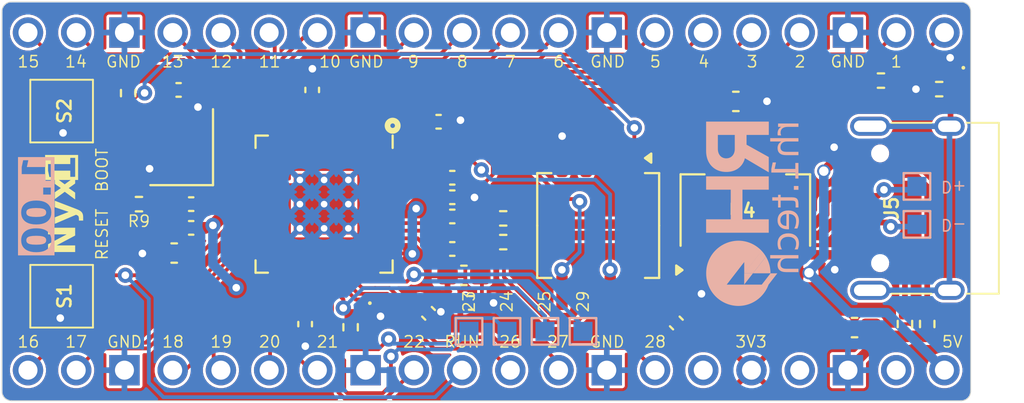
<source format=kicad_pcb>
(kicad_pcb (version 20241229) (generator "pcbnew") (generator_version "9.0")
  (title_block (title "${NAME}") (date "2025-08-02") (rev "${VERSION}") (company "Mikhail Matveev") (comment 1 "https://github.com/xtremespb/frank"))
  (layers (0 "F.Cu" signal) (2 "B.Cu" signal) (13 "F.Paste" user) (15 "B.Paste" user) (5 "F.SilkS" user "F.Silkscreen") (7 "B.SilkS" user "B.Silkscreen") (1 "F.Mask" user) (3 "B.Mask" user) (25 "Edge.Cuts" user))
  (property "NAME" "Nyx 1")
  (property "VERSION" "1.00")
  (net 0 "")
  (net 1 "VBUS")
  (net 2 "GND")
  (net 3 "+3V3")
  (net 4 "Net-(U3-VREG_VOUT)")
  (net 7 "Net-(J5-SHIELD)")
  (net 9 "Net-(J5-CC1)")
  (net 10 "Net-(C16-Pad1)")
  (net 11 "Net-(J5-CC2)")
  (net 13 "/RP2040/XIN")
  (net 14 "/GPIO25")
  (net 15 "Net-(U3-USB_DP)")
  (net 16 "/RP2040/QSPI_SS")
  (net 17 "Net-(R7-Pad2)")
  (net 18 "Net-(U3-USB_DM)")
  (net 19 "/RP2040/XOUT")
  (net 20 "/RP2040/QSPI_SD3")
  (net 21 "/RP2040/QSPI_SD2")
  (net 22 "/RP2040/QSPI_SD1")
  (net 23 "/GPIO16")
  (net 24 "/GPIO0")
  (net 25 "/GPIO1")
  (net 26 "/GPIO2")
  (net 27 "/GPIO3")
  (net 28 "/GPIO5")
  (net 29 "/GPIO4")
  (net 30 "/GPIO15")
  (net 31 "/GPIO14")
  (net 32 "/GPIO21")
  (net 33 "/D+")
  (net 34 "/D-")
  (net 35 "Net-(LD1-A)")
  (net 36 "Net-(LD2-A)")
  (net 37 "/GPIO6")
  (net 38 "/GPIO7")
  (net 39 "/GPIO8")
  (net 40 "/GPIO9")
  (net 41 "/GPIO10")
  (net 42 "/GPIO11")
  (net 43 "/GPIO12")
  (net 44 "/GPIO13")
  (net 45 "/GPIO28")
  (net 46 "/GPIO27")
  (net 47 "/GPIO26")
  (net 48 "/RUN")
  (net 49 "/GPIO22")
  (net 50 "/GPIO19")
  (net 51 "/GPIO24")
  (net 52 "/SWD")
  (net 53 "/SWCLK")
  (net 54 "/GPIO23")
  (net 55 "/GPIO20")
  (net 56 "/GPIO18")
  (net 57 "/GPIO29")
  (net 58 "/GPIO17")
  (net 59 "VS")
  (net 60 "/RP2040/QSPI_SD0")
  (net 61 "/RP2040/QSPI_SCLK")
  (footprint "FRANK:Button (SMD, 3x3mm, 1-1)" (layer "F.Cu") (at 92.095 32.45)
    (property "Reference" "S2")
    (property "Value" "Boot" (hide yes))
  )
  (footprint "FRANK:QFN 56" (layer "F.Cu") (at 107.5675 39 -90)
    (property "Reference" "U3" (hide yes))
    (property "Value" "RP2040")
  )
  (footprint "FRANK:LED (0402)" (layer "F.Cu") (at 109.977 45.4785 -90)
    (property "Reference" "LD1" (hide yes))
    (property "Value" "Blue" (hide yes))
  )
  (footprint "FRANK:Capacitor (0402)" (layer "F.Cu") (at 126.117 45.259 -45)
    (property "Reference" "C15" (hide yes))
    (property "Value" "100n" (hide yes))
  )
  (footprint "FRANK:Resistor (0402)" (layer "F.Cu") (at 117 41 180)
    (property "Reference" "R8" (hide yes))
    (property "Value" "27R" (hide yes))
  )
  (footprint "FRANK:Capacitor (0402)" (layer "F.Cu") (at 114.3175 39.649)
    (property "Reference" "C10" (hide yes))
    (property "Value" "100n" (hide yes))
  )
  (footprint "FRANK:Capacitor (0402)" (layer "F.Cu") (at 114.3175 41.36)
    (property "Reference" "C4" (hide yes))
    (property "Value" "100n" (hide yes))
  )
  (footprint "FRANK:Resistor (0402)" (layer "F.Cu") (at 97.8175 39 180)
    (property "Reference" "R9")
    (property "Value" "1K" (hide yes))
  )
  (footprint "FRANK:USB Type C" (layer "F.Cu") (at 143.1 39.218 90)
    (property "Reference" "J5")
    (property "Value" "USB4215-03-A")
  )
  (footprint "FRANK:Capacitor (0402)" (layer "F.Cu") (at 114.3175 38.638)
    (property "Reference" "C11" (hide yes))
    (property "Value" "100n" (hide yes))
  )
  (footprint "FRANK:Capacitor (0603)" (layer "F.Cu") (at 99.673351 41.575939 180)
    (property "Reference" "C13" (hide yes))
    (property "Value" "1u" (hide yes))
  )
  (footprint "FRANK:CON_PICO_1-20" (layer "F.Cu") (at 116.1036 29.9636 -90)
    (property "Reference" "J2" (hide yes))
    (property "Value" "~")
  )
  (footprint "FRANK:SOT-223" (layer "F.Cu") (at 129.75 39.341 90)
    (property "Reference" "U4")
    (property "Value" "NCP1117 3.3")
  )
  (footprint "FRANK:Resistor (0402)" (layer "F.Cu") (at 138.155 45.312 90)
    (property "Reference" "R11" (hide yes))
    (property "Value" "5.1K" (hide yes))
  )
  (footprint "FRANK:Capacitor (0402)" (layer "F.Cu") (at 100.5675 40.25 180)
    (property "Reference" "C7" (hide yes))
    (property "Value" "100n" (hide yes))
  )
  (footprint "FRANK:Resistor (0402)" (layer "F.Cu") (at 108.963 45.4835 90)
    (property "Reference" "R10" (hide yes))
    (property "Value" "1K" (hide yes))
  )
  (footprint "FRANK:Resistor (0402)" (layer "F.Cu") (at 97.25 33.1525 90)
    (property "Reference" "R7" (hide yes))
    (property "Value" "1K" (hide yes))
  )
  (footprint "FRANK:Resistor (0402)" (layer "F.Cu") (at 139.958 32.944 180)
    (property "Reference" "R14" (hide yes))
    (property "Value" "1M" (hide yes))
  )
  (footprint "FRANK:SOIC-8" (layer "F.Cu") (at 122 40.126 -90)
    (property "Reference" "U2" (hide yes))
    (property "Value" "W25Q128JVSIQ")
  )
  (footprint "FRANK:Capacitor (0402)" (layer "F.Cu") (at 114.3175 37.61)
    (property "Reference" "C3" (hide yes))
    (property "Value" "100n" (hide yes))
  )
  (footprint "FRANK:Capacitor (0603)" (layer "F.Cu") (at 129.25 33.591)
    (property "Reference" "C18" (hide yes))
    (property "Value" "10u" (hide yes))
  )
  (footprint "FRANK:Capacitor (0402)" (layer "F.Cu") (at 106.94 32.986348 90)
    (property "Reference" "C6" (hide yes))
    (property "Value" "100n" (hide yes))
  )
  (footprint "FRANK:Button (SMD, 3x3mm, 1-1)" (layer "F.Cu") (at 92.095 42.2)
    (property "Reference" "S1")
    (property "Value" "Reset" (hide yes))
  )
  (footprint "FRANK:Capacitor (0402)" (layer "F.Cu") (at 115.31 44.201)
    (property "Reference" "C9" (hide yes))
    (property "Value" "100n" (hide yes))
  )
  (footprint "FRANK:Capacitor (0402)" (layer "F.Cu") (at 99.905 32.985)
    (property "Reference" "C16" (hide yes))
    (property "Value" "15p" (hide yes))
  )
  (footprint "FRANK:Resistor (0402)" (layer "F.Cu") (at 117 39.75 180)
    (property "Reference" "R6" (hide yes))
    (property "Value" "27R" (hide yes))
  )
  (footprint "FRANK:Capacitor (0603)" (layer "F.Cu") (at 114.93 42.75)
    (property "Reference" "C14" (hide yes))
    (property "Value" "1u" (hide yes))
  )
  (footprint "FRANK:Resistor (0402)" (layer "F.Cu") (at 139.328 45.312 90)
    (property "Reference" "R13" (hide yes))
    (property "Value" "5.1K" (hide yes))
  )
  (footprint "FRANK:CON_PICO_21-40" (layer "F.Cu") (at 116.1036 47.7436 -90)
    (property "Reference" "J1" (hide yes))
    (property "Value" "~")
  )
  (footprint "FRANK:Capacitor (0402)" (layer "F.Cu") (at 100.5675 39 180)
    (property "Reference" "C19" (hide yes))
    (property "Value" "15p" (hide yes))
  )
  (footprint "FRANK:Capacitor (0603)" (layer "F.Cu") (at 135.5 45.5)
    (property "Reference" "C17" (hide yes))
    (property "Value" "10u" (hide yes))
  )
  (footprint "FRANK:Resistor (0402)" (layer "F.Cu") (at 136.892 32.494 180)
    (property "Reference" "R12" (hide yes))
    (property "Value" "1K" (hide yes))
  )
  (footprint "FRANK:Capacitor (0402)" (layer "F.Cu") (at 113.597 34.662)
    (property "Reference" "C5" (hide yes))
    (property "Value" "100n" (hide yes))
  )
  (footprint "FRANK:LED (0402)" (layer "F.Cu") (at 139.965 31.818 180)
    (property "Reference" "LD2" (hide yes))
    (property "Value" "Green" (hide yes))
  )
  (footprint "FRANK:Crystal (3225)" (layer "F.Cu") (at 100.0675 36 90)
    (property "Reference" "Y1" (hide yes))
    (property "Value" "12 MHz")
  )
  (footprint "FRANK:Capacitor (0402)" (layer "F.Cu") (at 106.5675 45.3175 -90)
    (property "Reference" "C8" (hide yes))
    (property "Value" "100n" (hide yes))
  )
  (footprint "FRANK:Capacitor (0402)" (layer "F.Cu") (at 113.0675 44.75 -45)
    (property "Reference" "C12" (hide yes))
    (property "Value" "100n" (hide yes))
  )
  (footprint "FRANK:Test Points (1mm x 5)" (layer "B.Cu") (at 115.2 45.7 -90)
    (property "Reference" "J3" (hide yes))
    (property "Value" "~" (hide yes))
  )
  (footprint "FRANK:Test Points (1mm x 2)" (layer "B.Cu") (at 138.786 38.065 180)
    (property "Reference" "J4" (hide yes))
    (property "Value" "~" (hide yes))
  )
  (gr_poly (pts (xy 127.688878 42.726599) (xy 127.694405 42.810804) (xy 127.704053 42.894326) (xy 127.717764 42.977025) (xy 127.735481 43.058759) (xy 127.757147 43.139387) (xy 127.782704 43.218767) (xy 127.812097 43.296759) (xy 127.845266 43.37322) (xy 127.882155 43.448011) (xy 127.922707 43.520988) (xy 127.966865 43.592012) (xy 128.014571 43.660941) (xy 128.065768 43.727634) (xy 128.120399 43.791949) (xy 128.178407 43.853745) (xy 128.239413 43.912582) (xy 128.302983 43.968078) (xy 128.368977 44.020172) (xy 128.437255 44.068806) (xy 128.507675 44.11392) (xy 128.580097 44.155455) (xy 128.654381 44.193352) (xy 128.730387 44.227553) (xy 128.807973 44.257997) (xy 128.886999 44.284626) (xy 128.967325 44.30738) (xy 129.048811 44.326201) (xy 129.131315 44.341029) (xy 129.214697 44.351806) (xy 129.298817 44.358471) (xy 129.383534 44.360967) (xy 129.481194 44.358061) (xy 129.577941 44.349561) (xy 129.673561 44.335571) (xy 129.767842 44.316197) (xy 129.860572 44.291543) (xy 129.951538 44.261714) (xy 130.040529 44.226816) (xy 130.12733 44.186953) (xy 130.211731 44.142231) (xy 130.293518 44.092753) (xy 130.372479 44.038626) (xy 130.448401 43.979954) (xy 130.521073 43.916842) (xy 130.590282 43.849396) (xy 130.655814 43.777719) (xy 130.717458 43.701917) (xy 130.757054 43.648579) (xy 130.794514 43.593811) (xy 130.829804 43.537678) (xy 130.862888 43.480245) (xy 130.893729 43.421577) (xy 130.922291 43.36174) (xy 130.948539 43.300798) (xy 130.972437 43.238818) (xy 131.033291 43.161534) (xy 131.43432 42.644273) (xy 131.077107 42.644273) (xy 131.075888 42.644273) (xy 130.811781 42.985664) (xy 130.67486 43.161534) (xy 130.614005 43.238818) (xy 128.7683 43.238818) (xy 129.228966 42.644273) (xy 129.623909 42.135534) (xy 129.691456 42.048512) (xy 129.691456 42.644275) (xy 130.48256 41.623752) (xy 130.520899 41.574459) (xy 130.483169 41.623752) (xy 130.422315 41.70347) (xy 129.692065 42.644275) (xy 130.150293 42.644275) (xy 130.834294 41.763106) (xy 130.825156 41.74735) (xy 130.815962 41.731994) (xy 130.806653 41.716981) (xy 130.797173 41.702252) (xy 130.775962 41.669989) (xy 130.754034 41.638227) (xy 130.731398 41.606978) (xy 130.708063 41.576254) (xy 130.684039 41.546065) (xy 130.659334 41.516425) (xy 130.633957 41.487344) (xy 130.607918 41.458835) (xy 130.607916 41.458835) (xy 130.580503 41.430276) (xy 130.552462 41.402387) (xy 130.523804 41.375178) (xy 130.494543 41.348659) (xy 130.464693 41.32284) (xy 130.434265 41.297728) (xy 130.403274 41.273335) (xy 130.371731 41.24967) (xy 130.339651 41.226742) (xy 130.307046 41.20456) (xy 130.273929 41.183135) (xy 130.240313 41.162475) (xy 130.206212 41.142591) (xy 130.171637 41.123491) (xy 130.136603 41.105185) (xy 130.101122 41.087682) (xy 130.058723 41.068187) (xy 130.015855 41.049908) (xy 129.972543 41.032852) (xy 129.928815 41.017026) (xy 129.884695 41.002434) (xy 129.840212 40.989084) (xy 129.79539 40.97698) (xy 129.750256 40.966129) (xy 129.704837 40.956538) (xy 129.659157 40.94821) (xy 129.613245 40.941154) (xy 129.567125 40.935375) (xy 129.520825 40.930878) (xy 129.474369 40.92767) (xy 129.427786 40.925756) (xy 129.381099 40.925143) (xy 129.29654 40.927752) (xy 129.212582 40.934515) (xy 129.129363 40.945374) (xy 129.047023 40.960268) (xy 128.965703 40.979139) (xy 128.885542 41.001929) (xy 128.80668 41.028579) (xy 128.729255 41.059028) (xy 128.653409 41.09322) (xy 128.579281 41.131094) (xy 128.507009 41.172592) (xy 128.436735 41.217654) (xy 128.368598 41.266223) (xy 128.302737 41.318238) (xy 128.239292 41.373642) (xy 128.178403 41.432375) (xy 128.120502 41.494055) (xy 128.065963 41.558245) (xy 128.014846 41.624805) (xy 127.967206 41.693595) (xy 127.923101 41.764474) (xy 127.882587 41.837301) (xy 127.845722 41.911936) (xy 127.812562 41.988239) (xy 127.783165 42.066069) (xy 127.757588 42.145285) (xy 127.735887 42.225748) (xy 127.71812 42.307316) (xy 127.704344 42.38985) (xy 127.694615 42.473209) (xy 127.688991 42.557252) (xy 127.687529 42.641838) (xy 127.687529 42.641853)) (stroke (width -0.000001)) (fill yes) (layer "B.SilkS"))
  (gr_poly (pts (xy 130.563497 42.641838) (xy 131.074065 42.641838) (xy 131.073195 42.583803) (xy 131.070383 42.525944) (xy 131.065643 42.468309) (xy 131.058987 42.410944) (xy 131.050427 42.353897) (xy 131.039977 42.297213) (xy 131.02765 42.24094) (xy 131.013457 42.185124) (xy 130.997412 42.129812) (xy 130.979527 42.075051) (xy 130.959816 42.020888) (xy 130.93829 41.967368) (xy 130.914963 41.91454) (xy 130.889847 41.862449) (xy 130.862955 41.811143) (xy 130.834299 41.760668) (xy 130.150297 42.641838)) (stroke (width -0.000001)) (fill yes) (layer "B.SilkS"))
  (gr_poly (pts (xy 127.685187 36.259847) (xy 127.689078 36.321939) (xy 127.6955 36.382412) (xy 127.704401 36.441239) (xy 127.715727 36.498391) (xy 127.729427 36.553839) (xy 127.745449 36.607556) (xy 127.76374 36.659513) (xy 127.784247 36.709682) (xy 127.80692 36.758034) (xy 127.831705 36.804541) (xy 127.85855 36.849176) (xy 127.887403 36.891909) (xy 127.918211 36.932712) (xy 127.950924 36.971557) (xy 127.985487 37.008416) (xy 128.021849 37.043261) (xy 128.059958 37.076062) (xy 128.099761 37.106792) (xy 128.141206 37.135423) (xy 128.184241 37.161926) (xy 128.228813 37.186273) (xy 128.274871 37.208435) (xy 128.322362 37.228385) (xy 128.371234 37.246093) (xy 128.421434 37.261533) (xy 128.472911 37.274674) (xy 128.525612 37.28549) (xy 128.579484 37.293952) (xy 128.634476 37.300031) (xy 128.690535 37.303699) (xy 128.747609 37.304928) (xy 128.801525 37.303869) (xy 128.853856 37.30074) (xy 128.904609 37.295608) (xy 128.953792 37.288541) (xy 129.001414 37.279608) (xy 129.047483 37.268877) (xy 129.092007 37.256417) (xy 129.134993 37.242295) (xy 129.176452 37.226581) (xy 129.216389 37.209342) (xy 129.254814 37.190646) (xy 129.291734 37.170562) (xy 129.327159 37.149159) (xy 129.361095 37.126504) (xy 129.424535 37.077713) (xy 129.482121 37.024737) (xy 129.533917 36.96812) (xy 129.579989 36.90841) (xy 129.6204 36.846154) (xy 129.655217 36.781897) (xy 129.684505 36.716186) (xy 129.708329 36.649568) (xy 129.726753 36.582589) (xy 130.983391 37.324401) (xy 130.984 36.519909) (xy 129.813774 35.869987) (xy 129.813774 35.355161) (xy 130.986433 35.355161) (xy 130.986433 34.652904) (xy 129.19306 34.652904) (xy 129.19306 35.355161) (xy 129.19306 36.09393) (xy 129.192563 36.120028) (xy 129.19108 36.145704) (xy 129.188622 36.170931) (xy 129.185203 36.195681) (xy 129.180834 36.21993) (xy 129.175527 36.24365) (xy 129.169294 36.266814) (xy 129.162148 36.289396) (xy 129.154101 36.311369) (xy 129.145165 36.332706) (xy 129.135352 36.353382) (xy 129.124675 36.373368) (xy 129.113144 36.39264) (xy 129.100773 36.411169) (xy 129.087574 36.42893) (xy 129.073558 36.445895) (xy 129.058739 36.462039) (xy 129.043127 36.477334) (xy 129.026736 36.491754) (xy 129.009577 36.505272) (xy 128.991663 36.517862) (xy 128.973005 36.529497) (xy 128.953616 36.54015) (xy 128.933508 36.549794) (xy 128.912693 36.558404) (xy 128.891184 36.565952) (xy 128.868992 36.572413) (xy 128.846129 36.577758) (xy 128.822608 36.581961) (xy 128.798441 36.584997) (xy 128.77364 36.586838) (xy 128.748217 36.587458) (xy 128.748218 36.589283) (xy 128.722526 36.588663) (xy 128.697486 36.586822) (xy 128.673109 36.583786) (xy 128.649407 36.579581) (xy 128.626388 36.574233) (xy 128.604065 36.56777) (xy 128.582449 36.560217) (xy 128.561548 36.551601) (xy 128.541375 36.541948) (xy 128.521941 36.531285) (xy 128.503255 36.519638) (xy 128.485328 36.507034) (xy 128.468172 36.493498) (xy 128.451797 36.479058) (xy 128.436213 36.463739) (xy 128.421431 36.447569) (xy 128.407463 36.430573) (xy 128.394318 36.412778) (xy 128.382007 36.394211) (xy 128.370542 36.374897) (xy 128.359932 36.354863) (xy 128.350189 36.334136) (xy 128.341323 36.312742) (xy 128.333345 36.290708) (xy 128.326265 36.268059) (xy 128.320095 36.244822) (xy 128.314844 36.221024) (xy 128.310524 36.196691) (xy 128.307146 36.17185) (xy 128.30472 36.146526) (xy 128.303256 36.120747) (xy 128.302766 36.094538) (xy 128.302766 35.355161) (xy 129.19306 35.355161) (xy 129.19306 34.652904) (xy 127.683878 34.652904) (xy 127.683878 36.196166)) (stroke (width -0.000001)) (fill yes) (layer "B.SilkS"))
  (gr_poly (pts (xy 130.150906 42.641838) (xy 129.689632 42.641838) (xy 129.689632 43.236384)) (stroke (width -0.000001)) (fill yes) (layer "B.SilkS"))
  (gr_poly (pts (xy 128.980071 38.239647) (xy 128.980071 39.798123) (xy 127.683878 39.798123) (xy 127.683878 40.505248) (xy 130.983391 40.505248) (xy 130.984 39.798123) (xy 129.598958 39.798123) (xy 129.598958 38.239649) (xy 130.984 38.239649) (xy 130.984 37.536782) (xy 127.683878 37.536782) (xy 127.683878 38.239647)) (stroke (width -0.000001)) (fill yes) (layer "B.SilkS"))
  (gr_arc (start 141.116 28.353553) (mid 141.469568 28.499985) (end 141.616 28.853553) (stroke (width 0.05)) (layer "Edge.Cuts"))
  (gr_line (start 141.616 28.853553) (end 141.616 48.853553) (stroke (width 0.05)) (layer "Edge.Cuts"))
  (gr_arc (start 90.603553 28.853553) (mid 90.75 28.5) (end 91.103553 28.353553) (stroke (width 0.05)) (layer "Edge.Cuts"))
  (gr_arc (start 141.616 48.853553) (mid 141.469553 49.207105) (end 141.116 49.353553) (stroke (width 0.05)) (layer "Edge.Cuts"))
  (gr_line (start 91.103553 49.353553) (end 141.116 49.353553) (stroke (width 0.05)) (layer "Edge.Cuts"))
  (gr_line (start 90.603553 48.853553) (end 90.603553 28.853553) (stroke (width 0.05)) (layer "Edge.Cuts"))
  (gr_arc (start 91.103553 49.353553) (mid 90.75 49.207106) (end 90.603553 48.853553) (stroke (width 0.05)) (layer "Edge.Cuts"))
  (gr_line (start 91.103553 28.353553) (end 141.116 28.353553) (stroke (width 0.05)) (layer "Edge.Cuts"))
  (gr_text "GND" (at 109.788713 31.5 0) (layer "F.SilkS") (effects (font (size 0.6 0.6) (thickness 0.075))))
  (gr_text "24" (at 117.188657 44.75 90) (layer "F.SilkS") (effects (font (size 0.6 0.6) (thickness 0.075)) (justify left)))
  (gr_text "7" (at 117.372974 31.5 0) (layer "F.SilkS") (effects (font (size 0.6 0.6) (thickness 0.075))))
  (gr_text "9" (at 112.264562 31.5 0) (layer "F.SilkS") (effects (font (size 0.6 0.6) (thickness 0.075))))
  (gr_text "23" (at 115.2 44.75 90) (layer "F.SilkS") (effects (font (size 0.6 0.6) (thickness 0.075)) (justify left)))
  (gr_text "3" (at 130.110161 31.5 0) (layer "F.SilkS") (effects (font (size 0.6 0.6) (thickness 0.075))))
  (gr_text "28" (at 125 46.25 0) (layer "F.SilkS") (effects (font (size 0.6 0.6) (thickness 0.075))))
  (gr_text "3V3" (at 130.054209 46.25 0) (layer "F.SilkS") (effects (font (size 0.6 0.6) (thickness 0.075))))
  (gr_text "25" (at 119.18041 44.75 90) (layer "F.SilkS") (effects (font (size 0.6 0.6) (thickness 0.075)) (justify left)))
  (gr_text "Nyx" (at 94.696 41.702 90) (layer "F.SilkS") (effects (font (size 1.4 1.4) (thickness 0.3) (bold yes)) (justify left bottom)))
  (gr_text "BOOT" (at 95.87334 36 90) (layer "F.SilkS") (effects (font (size 0.6 0.6) (thickness 0.075)) (justify right)))
  (gr_text "5V" (at 140.650711 46.25 0) (layer "F.SilkS") (effects (font (size 0.6 0.6) (thickness 0.075))))
  (gr_text "1" (at 94.696 37.792 90) (layer "F.SilkS" knockout) (effects (font (size 1.4 1.4) (thickness 0.3) (bold yes)) (justify left bottom)))
  (gr_text "26" (at 117.360533 46.25 0) (layer "F.SilkS") (effects (font (size 0.6 0.6) (thickness 0.075))))
  (gr_text "29" (at 121.2 44.75 90) (layer "F.SilkS") (effects (font (size 0.6 0.6) (thickness 0.075)) (justify left)))
  (gr_text "GND" (at 122.470346 46.25 0) (layer "F.SilkS") (effects (font (size 0.6 0.6) (thickness 0.075))))
  (gr_text "4" (at 127.559921 31.5 0) (layer "F.SilkS") (effects (font (size 0.6 0.6) (thickness 0.075))))
  (gr_text "17" (at 94.511919 46.25 0) (layer "F.SilkS") (effects (font (size 0.6 0.6) (thickness 0.075))))
  (gr_text "21" (at 107.75 46.25 0) (layer "F.SilkS") (effects (font (size 0.6 0.6) (thickness 0.075))))
  (gr_text "19" (at 102.156028 46.25 0) (layer "F.SilkS") (effects (font (size 0.6 0.6) (thickness 0.075))))
  (gr_text "GND" (at 122.5 31.5 0) (layer "F.SilkS") (effects (font (size 0.6 0.6) (thickness 0.075))))
  (gr_text "15" (at 91.999246 31.5 0) (layer "F.SilkS") (effects (font (size 0.6 0.6) (thickness 0.075))))
  (gr_text "12" (at 102.15 31.5 0) (layer "F.SilkS") (effects (font (size 0.6 0.6) (thickness 0.075))))
  (gr_text "27" (at 119.881405 46.25 0) (layer "F.SilkS") (effects (font (size 0.6 0.6) (thickness 0.075))))
  (gr_text "14" (at 94.5 31.5 0) (layer "F.SilkS") (effects (font (size 0.6 0.6) (thickness 0.075))))
  (gr_text "GND" (at 97 31.5 0) (layer "F.SilkS") (effects (font (size 0.6 0.6) (thickness 0.075))))
  (gr_text "10" (at 107.880028 31.5 0) (layer "F.SilkS") (effects (font (size 0.6 0.6) (thickness 0.075))))
  (gr_text "RUN" (at 114.830562 46.25 0) (layer "F.SilkS") (effects (font (size 0.6 0.6) (thickness 0.075))))
  (gr_text "22" (at 112.304923 46.25 0) (layer "F.SilkS") (effects (font (size 0.6 0.6) (thickness 0.075))))
  (gr_text "20" (at 104.704837 46.25 0) (layer "F.SilkS") (effects (font (size 0.6 0.6) (thickness 0.075))))
  (gr_text "2" (at 132.631421 31.5 0) (layer "F.SilkS") (effects (font (size 0.6 0.6) (thickness 0.075))))
  (gr_text "16" (at 92 46.25 0) (layer "F.SilkS") (effects (font (size 0.6 0.6) (thickness 0.075))))
  (gr_text "GND" (at 97.063088 46.249999 0) (layer "F.SilkS") (effects (font (size 0.6 0.6) (thickness 0.075))))
  (gr_text "8" (at 114.842801 31.5 0) (layer "F.SilkS") (effects (font (size 0.6 0.6) (thickness 0.075))))
  (gr_text "GND" (at 135.152682 31.5 0) (layer "F.SilkS") (effects (font (size 0.6 0.6) (thickness 0.075))))
  (gr_text "5" (at 125.00968 31.5 0) (layer "F.SilkS") (effects (font (size 0.6 0.6) (thickness 0.075))))
  (gr_text "18" (at 99.614257 46.25 0) (layer "F.SilkS") (effects (font (size 0.6 0.6) (thickness 0.075))))
  (gr_text "1" (at 137.702922 31.5 0) (layer "F.SilkS") (effects (font (size 0.6 0.6) (thickness 0.075))))
  (gr_text "6" (at 119.923622 31.5 0) (layer "F.SilkS") (effects (font (size 0.6 0.6) (thickness 0.075))))
  (gr_text "11" (at 104.7 31.5 0) (layer "F.SilkS") (effects (font (size 0.6 0.6) (thickness 0.075))))
  (gr_text "13" (at 99.6 31.5 0) (layer "F.SilkS") (effects (font (size 0.6 0.6) (thickness 0.075))))
  (gr_text "RESET" (at 95.87334 42 90) (layer "F.SilkS") (effects (font (size 0.6 0.6) (thickness 0.075)) (justify left)))
  (gr_text "${VERSION}" (at 93.429 39.042 90) (layer "B.SilkS" knockout) (effects (font (size 1.5 1.5) (thickness 0.3) (bold yes)) (justify bottom mirror)))
  (gr_text "D-" (at 140 40.089098 180) (layer "B.SilkS") (effects (font (size 0.6 0.6) (thickness 0.075)) (justify left mirror)))
  (gr_text "D+" (at 140 38.083141 180) (layer "B.SilkS") (effects (font (size 0.6 0.6) (thickness 0.075)) (justify left mirror)))
  (gr_text "rh1.tech" (at 132.784 34.576 90) (layer "B.SilkS") (effects (font (size 1.4 1.4)) (justify left bottom mirror)))
  (segment (start 135.405 41.668) (end 132.873 41.668) (width 0.5) (layer "F.Cu") (net 1))
  (segment (start 132.05 43.978) (end 133.572 45.5) (width 0.5) (layer "F.Cu") (net 1))
  (segment (start 132.05 42.491) (end 132.05 43.978) (width 0.5) (layer "F.Cu") (net 1))
  (segment (start 132.873 41.668) (end 132.05 42.491) (width 0.5) (layer "F.Cu") (net 1))
  (segment (start 135.405 36.768) (end 134.377 36.768) (width 0.5) (layer "F.Cu") (net 1))
  (segment (start 133.572 45.5) (end 134.6375 45.5) (width 0.5) (layer "F.Cu") (net 1))
  (segment (start 134.377 36.768) (end 133.8825 37.2625) (width 0.5) (layer "F.Cu") (net 1))
  (segment (start 133.107 42.614) (end 132.173 42.614) (width 0.5) (layer "F.Cu") (net 1))
  (via (at 133.107 42.614) (size 0.7) (drill 0.5) (layers "F.Cu" "B.Cu") (net 1))
  (via (at 133.8825 37.2625) (size 0.7) (drill 0.5) (layers "F.Cu" "B.Cu") (net 1))
  (segment (start 133.8825 37.2625) (end 133.8825 41.7645) (width 0.5) (layer "B.Cu") (net 1))
  (segment (start 135.208 44.715) (end 137.205 44.715) (width 0.5) (layer "B.Cu") (net 1))
  (segment (start 133.107 42.614) (end 135.208 44.715) (width 0.5) (layer "B.Cu") (net 1))
  (segment (start 137.205 44.715) (end 140.2336 47.7436) (width 0.5) (layer "B.Cu") (net 1))
  (segment (start 133.8825 41.7645) (end 133.051 42.596) (width 0.5) (layer "B.Cu") (net 1))
  (segment (start 99.2175 38.2175) (end 100 39) (width 0.2) (layer "F.Cu") (net 2))
  (segment (start 100.4725 33.436418) (end 100.923866 33.887784) (width 0.5) (layer "F.Cu") (net 2))
  (segment (start 93.674 45) (end 95.855 45) (width 0.2) (layer "F.Cu") (net 2))
  (segment (start 138.155 45.9095) (end 139.328 45.9095) (width 0.5) (layer "F.Cu") (net 2))
  (segment (start 115.7925 42.192956) (end 115.7925 42.75) (width 0.2) (layer "F.Cu") (net 2))
  (segment (start 100.4725 32.985) (end 100.4725 33.436418) (width 0.5) (layer "F.Cu") (net 2))
  (segment (start 136.772 45.9095) (end 136.3625 45.5) (width 0.5) (layer "F.Cu") (net 2))
  (segment (start 127.44 44.738566) (end 127.44 43.722) (width 0.5) (layer "F.Cu") (net 2))
  (segment (start 114.959544 41.36) (end 115.7925 42.192956) (width 0.2) (layer "F.Cu") (net 2))
  (segment (start 104.13 38) (end 106.0175 38) (width 0.2) (layer "F.Cu") (net 2))
  (segment (start 126.518283 45.660283) (end 127.44 44.738566) (width 0.5) (layer "F.Cu") (net 2))
  (segment (start 99.2175 37.1) (end 99.2175 38.2175) (width 0.2) (layer "F.Cu") (net 2))
  (segment (start 98.810851 40.943149) (end 99.504 40.25) (width 0.5) (layer "F.Cu") (net 2))
  (segment (start 136.3625 46.5347) (end 135.1536 47.7436) (width 0.5) (layer "F.Cu") (net 2))
  (segment (start 138.155 45.9095) (end 136.772 45.9095) (width 0.5) (layer "F.Cu") (net 2))
  (segment (start 98.810851 41.575939) (end 98.810851 40.943149) (width 0.5) (layer "F.Cu") (net 2))
  (segment (start 93.82 35.25) (end 95.855 35.25) (width 0.2) (layer "F.Cu") (net 2))
  (segment (start 115.8775 44.201) (end 115.8775 42.835) (width 0.2) (layer "F.Cu") (net 2))
  (segment (start 91.645 35.25) (end 93.82 35.25) (width 0.2) (layer "F.Cu") (net 2))
  (segment (start 99.504 40.25) (end 100 40.25) (width 0.5) (layer "F.Cu") (net 2))
  (segment (start 114.885 37.61) (end 114.885 39.649) (width 0.3) (layer "F.Cu") (net 2))
  (segment (start 91.645 45) (end 93.674 45) (width 0.2) (layer "F.Cu") (net 2))
  (segment (start 136.3625 45.5) (end 136.3625 46.5347) (width 0.5) (layer "F.Cu") (net 2))
  (segment (start 106.0175 38) (end 106.2925 37.725) (width 0.2) (layer "F.Cu") (net 2))
  (via (at 138.734 32.945) (size 0.8) (drill 0.4) (layers "F.Cu" "B.Cu") (net 2))
  (via (at 127.44 43.722) (size 0.8) (drill 0.4) (layers "F.Cu" "B.Cu") (net 2))
  (via (at 114.748375 34.579) (size 0.8) (drill 0.4) (layers "F.Cu" "B.Cu") (net 2))
  (via (at 113.716119 44.668065) (size 0.8) (drill 0.4) (layers "F.Cu" "B.Cu") (net 2))
  (via (at 116.490354 44.201295) (size 0.8) (drill 0.4) (layers "F.Cu" "B.Cu") (net 2))
  (via (at 110.538371 44.907269) (size 0.8) (drill 0.4) (layers "F.Cu" "B.Cu") (net 2))
  (via (at 97.998852 41.597363) (size 0.8) (drill 0.4) (layers "F.Cu" "B.Cu") (net 2))
  (via (at 93.674 45) (size 0.8) (drill 0.4) (layers "F.Cu" "B.Cu") (net 2))
  (via (at 140.534845 31.290261) (size 0.8) (drill 0.4) (layers "F.Cu" "B.Cu") (net 2))
  (via (at 115.487001 38.647123) (size 0.8) (drill 0.4) (layers "F.Cu" "B.Cu") (net 2))
  (via (at 100.923866 33.887784) (size 0.8) (drill 0.4) (layers "F.Cu" "B.Cu") (net 2))
  (via (at 120.10191 35.417873) (size 0.8) (drill 0.4) (layers "F.Cu" "B.Cu") (net 2))
  (via (at 134.457932 42.450351) (size 0.8) (drill 0.4) (layers "F.Cu" "B.Cu") (net 2))
  (via (at 93.82 35.25) (size 0.8) (drill 0.4) (layers "F.Cu" "B.Cu") (net 2))
  (via (at 134.425552 36.00263) (size 0.8) (drill 0.4) (layers "F.Cu" "B.Cu") (net 2))
  (via (at 106.578028 46.479969) (size 0.8) (drill 0.4) (layers "F.Cu" "B.Cu") (net 2))
  (via (at 130.88922 33.583249) (size 0.8) (drill 0.4) (layers "F.Cu" "B.Cu") (net 2))
  (via (at 106.95 31.872) (size 0.8) (drill 0.4) (layers "F.Cu" "B.Cu") (net 2))
  (via (at 98.377334 37.134426) (size 0.8) (drill 0.4) (layers "F.Cu" "B.Cu") (net 2))
  (via (at 101.713235 40.118235) (size 0.8) (drill 0.4) (layers "F.Cu" "B.Cu") (net 3))
  (via (at 102.941 43.402) (size 0.8) (drill 0.4) (layers "F.Cu" "B.Cu") (net 3))
  (via (at 112.214 41.618) (size 0.8) (drill 0.4) (layers "F.Cu" "B.Cu") (net 3))
  (via (at 112.415 39.233) (size 0.8) (drill 0.4) (layers "F.Cu" "B.Cu") (net 3))
  (segment (start 101.713235 40.118235) (end 101.713235 42.174235) (width 0.5) (layer "B.Cu") (net 3))
  (segment (start 112.214 41.618) (end 112.214 39.434) (width 0.5) (layer "B.Cu") (net 3))
  (segment (start 101.713235 42.174235) (end 102.941 43.402) (width 0.5) (layer "B.Cu") (net 3))
  (segment (start 112.214 39.434) (end 112.415 39.233) (width 0.5) (layer "B.Cu") (net 3))
  (segment (start 112.975 37.61) (end 113.75 37.61) (width 0.2) (layer "F.Cu") (net 4))
  (segment (start 111.005 38.8) (end 111.785 38.8) (width 0.2) (layer "F.Cu") (net 4))
  (segment (start 105.5 39.6) (end 105.6 39.7) (width 0.2) (layer "F.Cu") (net 4))
  (segment (start 103.08 39.6) (end 100.93 41.75) (width 0.2) (layer "F.Cu") (net 4))
  (segment (start 110 38.8) (end 109.6 38.4) (width 0.2) (layer "F.Cu") (net 4))
  (segment (start 109.5 40.8) (end 109.4 40.9) (width 0.2) (layer "F.Cu") (net 4))
  (segment (start 111.005 40.8) (end 112.488 40.8) (width 0.2) (layer "F.Cu") (net 4))
  (segment (start 113.048 41.36) (end 113.75 41.36) (width 0.2) (layer "F.Cu") (net 4))
  (segment (start 111.785 38.8) (end 112.975 37.61) (width 0.2) (layer "F.Cu") (net 4))
  (segment (start 111.005 38.8) (end 110 38.8) (width 0.2) (layer "F.Cu") (net 4))
  (segment (start 112.488 40.8) (end 113.048 41.36) (width 0.2) (layer "F.Cu") (net 4))
  (segment (start 104.13 39.6) (end 105.5 39.6) (width 0.2) (layer "F.Cu") (net 4))
  (segment (start 104.13 39.6) (end 103.08 39.6) (width 0.2) (layer "F.Cu") (net 4))
  (segment (start 111.005 40.8) (end 109.5 40.8) (width 0.2) (layer "F.Cu") (net 4))
  (segment (start 140.5555 32.944) (end 140.5555 34.8425) (width 0.3) (layer "F.Cu") (net 7))
  (segment (start 136.32 43.538) (end 140.5 43.538) (width 0.3) (layer "B.Cu") (net 7))
  (segment (start 140.5 34.898) (end 140.5 43.538) (width 0.3) (layer "B.Cu") (net 7))
  (segment (start 140.5 34.898) (end 136.32 34.898) (width 0.3) (layer "B.Cu") (net 7))
  (segment (start 138.155 44.7145) (end 138.155 42.341) (width 0.3) (layer "F.Cu") (net 9))
  (segment (start 138.155 42.341) (end 136.282 40.468) (width 0.3) (layer "F.Cu") (net 9))
  (segment (start 136.282 40.468) (end 135.405 40.468) (width 0.3) (layer "F.Cu") (net 9))
  (segment (start 98.151 34.9) (end 99.2175 34.9) (width 0.2) (layer "F.Cu") (net 10))
  (segment (start 97.22 35.831) (end 98.151 34.9) (width 0.2) (layer "F.Cu") (net 10))
  (segment (start 97.22 39) (end 97.22 35.831) (width 0.2) (layer "F.Cu") (net 10))
  (segment (start 99.3375 32.985) (end 99.3375 34.78) (width 0.2) (layer "F.Cu") (net 10))
  (segment (start 139.328 44.7145) (end 139.328 38.075) (width 0.3) (layer "F.Cu") (net 11))
  (segment (start 139.328 38.075) (end 138.721 37.468) (width 0.3) (layer "F.Cu") (net 11))
  (segment (start 138.721 37.468) (end 135.405 37.468) (width 0.3) (layer "F.Cu") (net 11))
  (segment (start 101.449681 39) (end 101.135 39) (width 0.2) (layer "F.Cu") (net 13))
  (segment (start 101.135 39) (end 101.135 37.3175) (width 0.2) (layer "F.Cu") (net 13))
  (segment (start 104.13 38.4) (end 102.049681 38.4) (width 0.2) (layer "F.Cu") (net 13))
  (segment (start 102.049681 38.4) (end 101.449681 39) (width 0.2) (layer "F.Cu") (net 13))
  (segment (start 108.1675 43.602466) (end 108.1675 42.4375) (width 0.2) (layer "F.Cu") (net 14))
  (segment (start 108.58 44.014966) (end 108.1675 43.602466) (width 0.2) (layer "F.Cu") (net 14))
  (segment (start 108.58 44.468) (end 108.58 44.014966) (width 0.2) (layer "F.Cu") (net 14))
  (via (at 108.58 44.468) (size 0.8) (drill 0.4) (layers "F.Cu" "B.Cu") (net 14))
  (segment (start 119.2 44.897) (end 119.2 45.7) (width 0.2) (layer "B.Cu") (net 14))
  (segment (start 109.621 43.427) (end 117.73 43.427) (width 0.2) (layer "B.Cu") (net 14))
  (segment (start 108.58 44.468) (end 109.621 43.427) (width 0.2) (layer "B.Cu") (net 14))
  (segment (start 117.73 43.427) (end 119.2 44.897) (width 0.2) (layer "B.Cu") (net 14))
  (segment (start 115.866 40.16) (end 116.276 39.75) (width 0.2) (layer "F.Cu") (net 15))
  (segment (start 113.385744 40.16) (end 115.866 40.16) (width 0.2) (layer "F.Cu") (net 15))
  (segment (start 113.225744 40) (end 113.385744 40.16) (width 0.2) (layer "F.Cu") (net 15))
  (segment (start 111.005 40) (end 113.225744 40) (width 0.2) (layer "F.Cu") (net 15))
  (segment (start 114.534756 35.179) (end 118.299 35.179) (width 0.2) (layer "F.Cu") (net 16))
  (segment (start 114.528756 35.173) (end 114.534756 35.179) (width 0.2) (layer "F.Cu") (net 16))
  (segment (start 123.905 34.981) (end 123.905 36.626) (width 0.2) (layer "F.Cu") (net 16))
  (segment (start 111.005 36.4) (end 111.56 36.4) (width 0.2) (layer "F.Cu") (net 16))
  (segment (start 98.114 33.145) (end 97.855 33.145) (width 0.2) (layer "F.Cu") (net 16))
  (segment (start 119.514 33.964) (end 122.888 33.964) (width 0.2) (layer "F.Cu") (net 16))
  (segment (start 97.855 33.145) (end 97.25 33.75) (width 0.2) (layer "F.Cu") (net 16))
  (segment (start 122.888 33.964) (end 123.905 34.981) (width 0.2) (layer "F.Cu") (net 16))
  (segment (start 112.787 35.173) (end 114.528756 35.173) (width 0.2) (layer "F.Cu") (net 16))
  (segment (start 111.56 36.4) (end 112.787 35.173) (width 0.2) (layer "F.Cu") (net 16))
  (segment (start 118.299 35.179) (end 119.514 33.964) (width 0.2) (layer "F.Cu") (net 16))
  (via (at 98.114 33.145) (size 0.8) (drill 0.4) (layers "F.Cu" "B.Cu") (net 16))
  (via (at 123.905 34.981) (size 0.8) (drill 0.4) (layers "F.Cu" "B.Cu") (net 16))
  (segment (start 98.114 32.628) (end 99.642 31.1) (width 0.2) (layer "B.Cu") (net 16))
  (segment (start 99.642 31.1) (end 120.024 31.1) (width 0.2) (layer "B.Cu") (net 16))
  (segment (start 98.114 33.145) (end 98.114 32.628) (width 0.2) (layer "B.Cu") (net 16))
  (segment (start 120.024 31.1) (end 123.905 34.981) (width 0.2) (layer "B.Cu") (net 16))
  (segment (start 91.645 32.995) (end 95.855 32.995) (width 0.2) (layer "F.Cu") (net 17))
  (segment (start 96.295 32.555) (end 95.855 32.995) (width 0.2) (layer "F.Cu") (net 17))
  (segment (start 97.25 32.555) (end 96.295 32.555) (width 0.2) (layer "F.Cu") (net 17))
  (segment (start 113.198784 40.398718) (end 113.261066 40.461) (width 0.2) (layer "F.Cu") (net 18))
  (segment (start 113.261066 40.461) (end 115.8635 40.461) (width 0.2) (layer "F.Cu") (net 18))
  (segment (start 115.8635 40.461) (end 116.4025 41) (width 0.2) (layer "F.Cu") (net 18))
  (segment (start 111.006282 40.398718) (end 113.198784 40.398718) (width 0.2) (layer "F.Cu") (net 18))
  (segment (start 102.210256 38.8) (end 101.499256 39.511) (width 0.2) (layer "F.Cu") (net 19))
  (segment (start 104.13 38.8) (end 102.210256 38.8) (width 0.2) (layer "F.Cu") (net 19))
  (segment (start 98.926 39.511) (end 98.415 39) (width 0.2) (layer "F.Cu") (net 19))
  (segment (start 101.499256 39.511) (end 98.926 39.511) (width 0.2) (layer "F.Cu") (net 19))
  (segment (start 111.68839 38.4) (end 111.005 38.4) (width 0.2) (layer "F.Cu") (net 20))
  (segment (start 113.40439 36.684) (end 111.68839 38.4) (width 0.2) (layer "F.Cu") (net 20))
  (segment (start 115.338873 36.684) (end 113.40439 36.684) (width 0.2) (layer "F.Cu") (net 20))
  (segment (start 115.851025 37.196152) (end 115.338873 36.684) (width 0.2) (layer "F.Cu") (net 20))
  (via (at 115.851025 37.196152) (size 0.8) (drill 0.4) (layers "F.Cu" "B.Cu") (net 20))
  (via (at 122.626 42.457) (size 0.8) (drill 0.4) (layers "F.Cu" "B.Cu") (net 20))
  (segment (start 116.368977 37.714104) (end 121.854104 37.714104) (width 0.2) (layer "B.Cu") (net 20))
  (segment (start 121.854104 37.714104) (end 122.626 38.486) (width 0.2) (layer "B.Cu") (net 20))
  (segment (start 122.626 38.486) (end 122.626 42.457) (width 0.2) (layer "B.Cu") (net 20))
  (segment (start 115.851025 37.196152) (end 116.368977 37.714104) (width 0.2) (layer "B.Cu") (net 20))
  (segment (start 111.611356 37.2) (end 113.030356 35.781) (width 0.2) (layer "F.Cu") (net 21))
  (segment (start 113.030356 35.781) (end 118.548356 35.781) (width 0.2) (layer "F.Cu") (net 21))
  (segment (start 111.005 37.2) (end 111.611356 37.2) (width 0.2) (layer "F.Cu") (net 21))
  (segment (start 118.548356 35.781) (end 119.763356 34.566) (width 0.2) (layer "F.Cu") (net 21))
  (segment (start 121.365 35.067) (end 121.365 36.626) (width 0.2) (layer "F.Cu") (net 21))
  (segment (start 120.864 34.566) (end 121.365 35.067) (width 0.2) (layer "F.Cu") (net 21))
  (segment (start 119.763356 34.566) (end 120.864 34.566) (width 0.2) (layer "F.Cu") (net 21))
  (segment (start 122.061 34.265) (end 122.635 34.839) (width 0.2) (layer "F.Cu") (net 22))
  (segment (start 112.905678 35.48) (end 118.423678 35.48) (width 0.2) (layer "F.Cu") (net 22))
  (segment (start 111.585678 36.8) (end 112.905678 35.48) (width 0.2) (layer "F.Cu") (net 22))
  (segment (start 111.005 36.8) (end 111.585678 36.8) (width 0.2) (layer "F.Cu") (net 22))
  (segment (start 118.423678 35.48) (end 119.638678 34.265) (width 0.2) (layer "F.Cu") (net 22))
  (segment (start 122.635 34.839) (end 122.635 36.626) (width 0.2) (layer "F.Cu") (net 22))
  (segment (start 119.638678 34.265) (end 122.061 34.265) (width 0.2) (layer "F.Cu") (net 22))
  (segment (start 93.0282 46.689) (end 91.9736 47.7436) (width 0.2) (layer "F.Cu") (net 23))
  (segment (start 95.137322 46.689) (end 93.0282 46.689) (width 0.2) (layer "F.Cu") (net 23))
  (segment (start 98.173322 46.296) (end 95.530322 46.296) (width 0.2) (layer "F.Cu") (net 23))
  (segment (start 104.13 41.2) (end 103.269322 41.2) (width 0.2) (layer "F.Cu") (net 23))
  (segment (start 95.530322 46.296) (end 95.137322 46.689) (width 0.2) (layer "F.Cu") (net 23))
  (segment (start 103.269322 41.2) (end 98.173322 46.296) (width 0.2) (layer "F.Cu") (net 23))
  (segment (start 137.007878 31.075) (end 139.1222 31.075) (width 0.2) (layer "F.Cu") (net 24))
  (segment (start 126.961912 32.238) (end 127.182912 32.017) (width 0.2) (layer "F.Cu") (net 24))
  (segment (start 139.1222 31.075) (end 140.2336 29.9636) (width 0.2) (layer "F.Cu") (net 24))
  (segment (start 131.773556 31.655) (end 132.013556 31.415) (width 0.2) (layer "F.Cu") (net 24))
  (segment (start 124.84759 32.238) (end 126.961912 32.238) (width 0.2) (layer "F.Cu") (net 24))
  (segment (start 112.59877 33.489532) (end 114.713092 33.489532) (width 0.2) (layer "F.Cu") (net 24))
  (segment (start 132.013556 31.415) (end 136.667878 31.415) (width 0.2) (layer "F.Cu") (net 24))
  (segment (start 129.659234 31.655) (end 131.773556 31.655) (width 0.2) (layer "F.Cu") (net 24))
  (segment (start 109.7675 35.125) (end 109.823 35.0695) (width 0.2) (layer "F.Cu") (net 24))
  (segment (start 119.540268 32.891) (end 119.800268 32.631) (width 0.2) (layer "F.Cu") (net 24))
  (segment (start 124.45459 32.631) (end 124.84759 32.238) (width 0.2) (layer "F.Cu") (net 24))
  (segment (start 129.297234 32.017) (end 129.659234 31.655) (width 0.2) (layer "F.Cu") (net 24))
  (segment (start 109.823 35.0695) (end 109.823 33.6736) (width 0.2) (layer "F.Cu") (net 24))
  (segment (start 115.010624 33.192) (end 117.124946 33.192) (width 0.2) (layer "F.Cu") (net 24))
  (segment (start 117.425946 32.891) (end 119.540268 32.891) (width 0.2) (layer "F.Cu") (net 24))
  (segment (start 127.182912 32.017) (end 129.297234 32.017) (width 0.2) (layer "F.Cu") (net 24))
  (segment (start 109.823 33.6736) (end 112.414702 33.6736) (width 0.2) (layer "F.Cu") (net 24))
  (segment (start 117.124946 33.192) (end 117.425946 32.891) (width 0.2) (layer "F.Cu") (net 24))
  (segment (start 119.800268 32.631) (end 124.45459 32.631) (width 0.2) (layer "F.Cu") (net 24))
  (segment (start 109.7675 35.5625) (end 109.7675 35.125) (width 0.2) (layer "F.Cu") (net 24))
  (segment (start 112.414702 33.6736) (end 112.59877 33.489532) (width 0.2) (layer "F.Cu") (net 24))
  (segment (start 136.667878 31.415) (end 137.007878 31.075) (width 0.2) (layer "F.Cu") (net 24))
  (segment (start 114.713092 33.489532) (end 115.010624 33.192) (width 0.2) (layer "F.Cu") (net 24))
  (segment (start 126.837234 31.937) (end 127.058234 31.716) (width 0.2) (layer "F.Cu") (net 25))
  (segment (start 112.474092 33.188532) (end 114.588414 33.188532) (width 0.2) (layer "F.Cu") (net 25))
  (segment (start 127.058234 31.716) (end 129.172556 31.716) (width 0.2) (layer "F.Cu") (net 25))
  (segment (start 109.522 34.669068) (end 109.522 33.3726) (width 0.2) (layer "F.Cu") (net 25))
  (segment (start 109.522 33.3726) (end 112.290024 33.3726) (width 0.2) (layer "F.Cu") (net 25))
  (segment (start 117.301268 32.59) (end 119.41559 32.59) (width 0.2) (layer "F.Cu") (net 25))
  (segment (start 129.534556 31.354) (end 131.648878 31.354) (width 0.2) (layer "F.Cu") (net 25))
  (segment (start 119.67559 32.33) (end 124.329912 32.33) (width 0.2) (layer "F.Cu") (net 25))
  (segment (start 124.722912 31.937) (end 126.837234 31.937) (width 0.2) (layer "F.Cu") (net 25))
  (segment (start 119.41559 32.59) (end 119.67559 32.33) (width 0.2) (layer "F.Cu") (net 25))
  (segment (start 136.5432 31.114) (end 137.6936 29.9636) (width 0.2) (layer "F.Cu") (net 25))
  (segment (start 124.329912 32.33) (end 124.722912 31.937) (width 0.2) (layer "F.Cu") (net 25))
  (segment (start 109.3675 34.823568) (end 109.522 34.669068) (width 0.2) (layer "F.Cu") (net 25))
  (segment (start 131.888878 31.114) (end 136.5432 31.114) (width 0.2) (layer "F.Cu") (net 25))
  (segment (start 114.885946 32.891) (end 117.000268 32.891) (width 0.2) (layer "F.Cu") (net 25))
  (segment (start 114.588414 33.188532) (end 114.885946 32.891) (width 0.2) (layer "F.Cu") (net 25))
  (segment (start 131.648878 31.354) (end 131.888878 31.114) (width 0.2) (layer "F.Cu") (net 25))
  (segment (start 117.000268 32.891) (end 117.301268 32.59) (width 0.2) (layer "F.Cu") (net 25))
  (segment (start 112.290024 33.3726) (end 112.474092 33.188532) (width 0.2) (layer "F.Cu") (net 25))
  (segment (start 109.3675 35.5625) (end 109.3675 34.823568) (width 0.2) (layer "F.Cu") (net 25))
  (segment (start 129.172556 31.716) (end 129.534556 31.354) (width 0.2) (layer "F.Cu") (net 25))
  (segment (start 124.598234 31.636) (end 126.712556 31.636) (width 0.2) (layer "F.Cu") (net 26))
  (segment (start 116.87559 32.59) (end 117.17659 32.289) (width 0.2) (layer "F.Cu") (net 26))
  (segment (start 114.761268 32.59) (end 116.87559 32.59) (width 0.2) (layer "F.Cu") (net 26))
  (segment (start 129.409878 31.053) (end 131.5242 31.053) (width 0.2) (layer "F.Cu") (net 26))
  (segment (start 109.221 34.54439) (end 109.221 33.0716) (width 0.2) (layer "F.Cu") (net 26))
  (segment (start 108.9675 35.5625) (end 108.9675 34.79789) (width 0.2) (layer "F.Cu") (net 26))
  (segment (start 119.290912 32.289) (end 119.550912 32.029) (width 0.2) (layer "F.Cu") (net 26))
  (segment (start 124.205234 32.029) (end 124.598234 31.636) (width 0.2) (layer "F.Cu") (net 26))
  (segment (start 126.933556 31.415) (end 129.047878 31.415) (width 0.2) (layer "F.Cu") (net 26))
  (segment (start 112.165346 33.0716) (end 112.349414 32.887532) (width 0.2) (layer "F.Cu") (net 26))
  (segment (start 112.349414 32.887532) (end 114.463736 32.887532) (width 0.2) (layer "F.Cu") (net 26))
  (segment (start 109.221 33.0716) (end 112.165346 33.0716) (width 0.2) (layer "F.Cu") (net 26))
  (segment (start 129.047878 31.415) (end 129.409878 31.053) (width 0.2) (layer "F.Cu") (net 26))
  (segment (start 114.463736 32.887532) (end 114.761268 32.59) (width 0.2) (layer "F.Cu") (net 26))
  (segment (start 119.550912 32.029) (end 124.205234 32.029) (width 0.2) (layer "F.Cu") (net 26))
  (segment (start 131.5242 31.053) (end 132.6136 29.9636) (width 0.2) (layer "F.Cu") (net 26))
  (segment (start 126.712556 31.636) (end 126.933556 31.415) (width 0.2) (layer "F.Cu") (net 26))
  (segment (start 117.17659 32.289) (end 119.290912 32.289) (width 0.2) (layer "F.Cu") (net 26))
  (segment (start 108.9675 34.79789) (end 109.221 34.54439) (width 0.2) (layer "F.Cu") (net 26))
  (segment (start 108.92 34.419712) (end 108.92 32.7706) (width 0.2) (layer "F.Cu") (net 27))
  (segment (start 128.9232 31.114) (end 130.0736 29.9636) (width 0.2) (layer "F.Cu") (net 27))
  (segment (start 114.339058 32.586532) (end 114.63659 32.289) (width 0.2) (layer "F.Cu") (net 27))
  (segment (start 126.587878 31.335) (end 126.808878 31.114) (width 0.2) (layer "F.Cu") (net 27))
  (segment (start 112.224736 32.586532) (end 114.339058 32.586532) (width 0.2) (layer "F.Cu") (net 27))
  (segment (start 124.080556 31.728) (end 124.473556 31.335) (width 0.2) (layer "F.Cu") (net 27))
  (segment (start 114.63659 32.289) (end 116.750912 32.289) (width 0.2) (layer "F.Cu") (net 27))
  (segment (start 117.051912 31.988) (end 119.166234 31.988) (width 0.2) (layer "F.Cu") (net 27))
  (segment (start 119.426234 31.728) (end 124.080556 31.728) (width 0.2) (layer "F.Cu") (net 27))
  (segment (start 124.473556 31.335) (end 126.587878 31.335) (width 0.2) (layer "F.Cu") (net 27))
  (segment (start 108.92 32.7706) (end 112.040668 32.7706) (width 0.2) (layer "F.Cu") (net 27))
  (segment (start 119.166234 31.988) (end 119.426234 31.728) (width 0.2) (layer "F.Cu") (net 27))
  (segment (start 126.808878 31.114) (end 128.9232 31.114) (width 0.2) (layer "F.Cu") (net 27))
  (segment (start 108.5675 34.772212) (end 108.92 34.419712) (width 0.2) (layer "F.Cu") (net 27))
  (segment (start 112.040668 32.7706) (end 112.224736 32.586532) (width 0.2) (layer "F.Cu") (net 27))
  (segment (start 116.750912 32.289) (end 117.051912 31.988) (width 0.2) (layer "F.Cu") (net 27))
  (segment (start 108.5675 35.5625) (end 108.5675 34.772212) (width 0.2) (layer "F.Cu") (net 27))
  (segment (start 111.791312 32.1686) (end 111.97538 31.984532) (width 0.2) (layer "F.Cu") (net 28))
  (segment (start 118.916878 31.386) (end 119.176878 31.126) (width 0.2) (layer "F.Cu") (net 28))
  (segment (start 123.8312 31.126) (end 124.9936 29.9636) (width 0.2) (layer "F.Cu") (net 28))
  (segment (start 111.97538 31.984532) (end 114.089702 31.984532) (width 0.2) (layer "F.Cu") (net 28))
  (segment (start 119.176878 31.126) (end 123.8312 31.126) (width 0.2) (layer "F.Cu") (net 28))
  (segment (start 107.7675 34.720856) (end 108.308 34.180356) (width 0.2) (layer "F.Cu") (net 28))
  (segment (start 108.308 34.180356) (end 108.308 32.1686) (width 0.2) (layer "F.Cu") (net 28))
  (segment (start 108.308 32.1686) (end 111.791312 32.1686) (width 0.2) (layer "F.Cu") (net 28))
  (segment (start 116.802556 31.386) (end 118.916878 31.386) (width 0.2) (layer "F.Cu") (net 28))
  (segment (start 116.501556 31.687) (end 116.802556 31.386) (width 0.2) (layer "F.Cu") (net 28))
  (segment (start 107.7675 35.5625) (end 107.7675 34.720856) (width 0.2) (layer "F.Cu") (net 28))
  (segment (start 114.089702 31.984532) (end 114.387234 31.687) (width 0.2) (layer "F.Cu") (net 28))
  (segment (start 114.387234 31.687) (end 116.501556 31.687) (width 0.2) (layer "F.Cu") (net 28))
  (segment (start 108.619 32.4696) (end 111.91599 32.4696) (width 0.2) (layer "F.Cu") (net 29))
  (segment (start 108.1675 34.746534) (end 108.619 34.295034) (width 0.2) (layer "F.Cu") (net 29))
  (segment (start 112.100058 32.285532) (end 114.21438 32.285532) (width 0.2) (layer "F.Cu") (net 29))
  (segment (start 116.626234 31.988) (end 116.927234 31.687) (width 0.2) (layer "F.Cu") (net 29))
  (segment (start 108.1675 35.5625) (end 108.1675 34.746534) (width 0.2) (layer "F.Cu") (net 29))
  (segment (start 114.21438 32.285532) (end 114.511912 31.988) (width 0.2) (layer "F.Cu") (net 29))
  (segment (start 119.041556 31.687) (end 119.301556 31.427) (width 0.2) (layer "F.Cu") (net 29))
  (segment (start 124.348878 31.034) (end 126.4632 31.034) (width 0.2) (layer "F.Cu") (net 29))
  (segment (start 114.511912 31.988) (end 116.626234 31.988) (width 0.2) (layer "F.Cu") (net 29))
  (segment (start 126.4632 31.034) (end 127.5336 29.9636) (width 0.2) (layer "F.Cu") (net 29))
  (segment (start 116.927234 31.687) (end 119.041556 31.687) (width 0.2) (layer "F.Cu") (net 29))
  (segment (start 111.91599 32.4696) (end 112.100058 32.285532) (width 0.2) (layer "F.Cu") (net 29))
  (segment (start 108.619 34.295034) (end 108.619 32.4696) (width 0.2) (layer "F.Cu") (net 29))
  (segment (start 123.955878 31.427) (end 124.348878 31.034) (width 0.2) (layer "F.Cu") (net 29))
  (segment (start 119.301556 31.427) (end 123.955878 31.427) (width 0.2) (layer "F.Cu") (net 29))
  (segment (start 100.187644 31.409) (end 95.533322 31.409) (width 0.2) (layer "F.Cu") (net 30))
  (segment (start 100.639644 31.861) (end 100.187644 31.409) (width 0.2) (layer "F.Cu") (net 30))
  (segment (start 103.465966 37.6) (end 102.263 36.397034) (width 0.2) (layer "F.Cu") (net 30))
  (segment (start 102.263 36.397034) (end 102.263 31.861) (width 0.2) (layer "F.Cu") (net 30))
  (segment (start 102.263 31.861) (end 100.639644 31.861) (width 0.2) (layer "F.Cu") (net 30))
  (segment (start 104.13 37.6) (end 103.465966 37.6) (width 0.2) (layer "F.Cu") (net 30))
  (segment (start 95.533322 31.409) (end 95.213322 31.089) (width 0.2) (layer "F.Cu") (net 30))
  (segment (start 95.213322 31.089) (end 93.099 31.089) (width 0.2) (layer "F.Cu") (net 30))
  (segment (start 93.099 31.089) (end 91.9736 29.9636) (width 0.2) (layer "F.Cu") (net 30))
  (segment (start 103.491644 37.2) (end 102.563 36.271356) (width 0.2) (layer "F.Cu") (net 31))
  (segment (start 102.563 34.877322) (end 102.564 34.876322) (width 0.2) (layer "F.Cu") (net 31))
  (segment (start 102.564 31.583) (end 102.541 31.56) (width 0.2) (layer "F.Cu") (net 31))
  (segment (start 104.13 37.2) (end 103.491644 37.2) (width 0.2) (layer "F.Cu") (net 31))
  (segment (start 102.564 34.876322) (end 102.564 31.583) (width 0.2) (layer "F.Cu") (net 31))
  (segment (start 100.312322 31.108) (end 95.658 31.108) (width 0.2) (layer "F.Cu") (net 31))
  (segment (start 102.563 36.271356) (end 102.563 34.877322) (width 0.2) (layer "F.Cu") (net 31))
  (segment (start 100.764322 31.56) (end 100.312322 31.108) (width 0.2) (layer "F.Cu") (net 31))
  (segment (start 102.541 31.56) (end 100.764322 31.56) (width 0.2) (layer "F.Cu") (net 31))
  (segment (start 95.658 31.108) (end 94.5136 29.9636) (width 0.2) (layer "F.Cu") (net 31))
  (segment (start 106.1675 43.8655) (end 105.716 44.317) (width 0.2) (layer "F.Cu") (net 32))
  (segment (start 106.1675 42.4375) (end 106.1675 43.8655) (width 0.2) (layer "F.Cu") (net 32))
  (segment (start 105.716 44.317) (end 105.716 46.599) (width 0.2) (layer "F.Cu") (net 32))
  (segment (start 105.716 46.599) (end 106.8606 47.7436) (width 0.2) (layer "F.Cu") (net 32))
  (segment (start 136.381 39.369) (end 136.282 39.468) (width 0.3) (layer "F.Cu") (net 33))
  (segment (start 133.395058 40.052) (end 133.928 39.519058) (width 0.5) (layer "F.Cu") (net 33))
  (segment (start 117.8995 40.052) (end 133.395058 40.052) (width 0.5) (layer "F.Cu") (net 33))
  (segment (start 136.282 39.468) (end 135.405 39.468) (width 0.3) (layer "F.Cu") (net 33))
  (segment (start 117.5975 39.75) (end 117.8995 40.052) (width 0.5) (layer "F.Cu") (net 33))
  (segment (start 136.725 38.567) (end 137.049 38.243) (width 0.3) (layer "F.Cu") (net 33))
  (segment (start 136.381 38.567) (end 136.725 38.567) (width 0.3) (layer "F.Cu") (net 33))
  (segment (start 136.381 38.567) (end 136.381 39.369) (width 0.3) (layer "F.Cu") (net 33))
  (segment (start 136.282 38.468) (end 136.381 38.567) (width 0.3) (layer "F.Cu") (net 33))
  (segment (start 133.928 38.859479) (end 134.32048 38.467) (width 0.5) (layer "F.Cu") (net 33))
  (segment (start 135.405 38.468) (end 136.282 38.468) (width 0.3) (layer "F.Cu") (net 33))
  (segment (start 133.928 39.519058) (end 133.928 38.859479) (width 0.5) (layer "F.Cu") (net 33))
  (segment (start 135.405 38.468) (end 134.32148 38.468) (width 0.3) (layer "F.Cu") (net 33))
  (via (at 137.049 38.243) (size 0.8) (drill 0.4) (layers "F.Cu" "B.Cu") (net 33))
  (segment (start 137.049 38.243) (end 138.608 38.243) (width 0.3) (layer "B.Cu") (net 33))
  (segment (start 137.186 39.968) (end 137.404 40.186) (width 0.3) (layer "F.Cu") (net 34))
  (segment (start 117.5975 41) (end 117.9445 40.653) (width 0.5) (layer "F.Cu") (net 34))
  (segment (start 135.405 38.968) (end 134.528 38.968) (width 0.3) (layer "F.Cu") (net 34))
  (segment (start 117.9445 40.653) (end 133.644 40.653) (width 0.5) (layer "F.Cu") (net 34))
  (segment (start 133.644 40.653) (end 134.329 39.968) (width 0.5) (layer "F.Cu") (net 34))
  (segment (start 135.405 39.968) (end 137.186 39.968) (width 0.3) (layer "F.Cu") (net 34))
  (segment (start 134.429 39.067) (end 134.429 39.865) (width 0.3) (layer "F.Cu") (net 34))
  (segment (start 134.532 39.968) (end 135.405 39.968) (width 0.3) (layer "F.Cu") (net 34))
  (segment (start 134.528 38.968) (end 134.429 39.067) (width 0.3) (layer "F.Cu") (net 34))
  (segment (start 134.429 39.865) (end 134.532 39.968) (width 0.3) (layer "F.Cu") (net 34))
  (via (at 137.404 40.186) (size 0.8) (drill 0.4) (layers "F.Cu" "B.Cu") (net 34))
  (segment (start 137.404 40.186) (end 138.665 40.186) (width 0.3) (layer "B.Cu") (net 34))
  (segment (start 109.977 46.051) (end 108.993 46.051) (width 0.2) (layer "F.Cu") (net 35))
  (segment (start 137.4895 32.4875) (end 138.159 31.818) (width 0.3) (layer "F.Cu") (net 36))
  (segment (start 138.159 31.818) (end 139.3925 31.818) (width 0.3) (layer "F.Cu") (net 36))
  (segment (start 114.262556 31.386) (end 116.376878 31.386) (width 0.2) (layer "F.Cu") (net 37))
  (segment (start 116.677878 31.085) (end 118.7922 31.085) (width 0.2) (layer "F.Cu") (net 37))
  (segment (start 113.965024 31.683532) (end 114.262556 31.386) (width 0.2) (layer "F.Cu") (net 37))
  (segment (start 107.3675 34.695178) (end 108.007 34.055678) (width 0.2) (layer "F.Cu") (net 37))
  (segment (start 107.3675 35.5625) (end 107.3675 34.695178) (width 0.2) (layer "F.Cu") (net 37))
  (segment (start 108.007 31.8676) (end 111.666634 31.8676) (width 0.2) (layer "F.Cu") (net 37))
  (segment (start 118.7922 31.085) (end 119.9136 29.9636) (width 0.2) (layer "F.Cu") (net 37))
  (segment (start 116.376878 31.386) (end 116.677878 31.085) (width 0.2) (layer "F.Cu") (net 37))
  (segment (start 111.666634 31.8676) (end 111.850702 31.683532) (width 0.2) (layer "F.Cu") (net 37))
  (segment (start 108.007 34.055678) (end 108.007 31.8676) (width 0.2) (layer "F.Cu") (net 37))
  (segment (start 111.850702 31.683532) (end 113.965024 31.683532) (width 0.2) (layer "F.Cu") (net 37))
  (segment (start 113.840346 31.382532) (end 114.137878 31.085) (width 0.2) (layer "F.Cu") (net 38))
  (segment (start 116.2522 31.085) (end 117.3736 29.9636) (width 0.2) (layer "F.Cu") (net 38))
  (segment (start 106.9675 35.5625) (end 106.9675 34.6695) (width 0.2) (layer "F.Cu") (net 38))
  (segment (start 111.726024 31.382532) (end 113.840346 31.382532) (width 0.2) (layer "F.Cu") (net 38))
  (segment (start 107.706 33.931) (end 107.706 31.6542) (width 0.2) (layer "F.Cu") (net 38))
  (segment (start 114.137878 31.085) (end 116.2522 31.085) (width 0.2) (layer "F.Cu") (net 38))
  (segment (start 107.7936 31.5666) (end 111.541956 31.5666) (width 0.2) (layer "F.Cu") (net 38))
  (segment (start 111.541956 31.5666) (end 111.726024 31.382532) (width 0.2) (layer "F.Cu") (net 38))
  (segment (start 107.706 31.6542) (end 107.7936 31.5666) (width 0.2) (layer "F.Cu") (net 38))
  (segment (start 106.9675 34.6695) (end 107.706 33.931) (width 0.2) (layer "F.Cu") (net 38))
  (segment (start 106.512 31.2656) (end 111.417278 31.2656) (width 0.2) (layer "F.Cu") (net 39))
  (segment (start 111.601346 31.081532) (end 113.715668 31.081532) (width 0.2) (layer "F.Cu") (net 39))
  (segment (start 113.715668 31.081532) (end 114.8336 29.9636) (width 0.2) (layer "F.Cu") (net 39))
  (segment (start 106.1675 31.6101) (end 106.512 31.2656) (width 0.2) (layer "F.Cu") (net 39))
  (segment (start 106.1675 35.5625) (end 106.1675 31.6101) (width 0.2) (layer "F.Cu") (net 39))
  (segment (start 111.417278 31.2656) (end 111.601346 31.081532) (width 0.2) (layer "F.Cu") (net 39))
  (segment (start 111.2926 30.9646) (end 112.2936 29.9636) (width 0.2) (layer "F.Cu") (net 40))
  (segment (start 105.7675 35.5625) (end 105.7675 31.437178) (width 0.2) (layer "F.Cu") (net 40))
  (segment (start 105.7675 31.437178) (end 106.240078 30.9646) (width 0.2) (layer "F.Cu") (net 40))
  (segment (start 106.240078 30.9646) (end 111.2926 30.9646) (width 0.2) (layer "F.Cu") (net 40))
  (segment (start 105.3675 35.5625) (end 105.3675 31.3375) (width 0.2) (layer "F.Cu") (net 41))
  (segment (start 105.3675 31.3375) (end 106.7414 29.9636) (width 0.2) (layer "F.Cu") (net 41))
  (segment (start 104.9675 35.5625) (end 104.9675 30.2575) (width 0.2) (layer "F.Cu") (net 42))
  (segment (start 104.13 36.4) (end 103.543 36.4) (width 0.2) (layer "F.Cu") (net 43))
  (segment (start 103.543 36.4) (end 103.166 36.023) (width 0.2) (layer "F.Cu") (net 43))
  (segment (start 103.166 36.023) (end 103.166 30.996) (width 0.2) (layer "F.Cu") (net 43))
  (segment (start 103.166 30.996) (end 102.1336 29.9636) (width 0.2) (layer "F.Cu") (net 43))
  (segment (start 102.864 35.002) (end 102.865 35.001) (width 0.2) (layer "F.Cu") (net 44))
  (segment (start 102.865 31.259) (end 100.889 31.259) (width 0.2) (layer "F.Cu") (net 44))
  (segment (start 104.13 36.8) (end 103.517322 36.8) (width 0.2) (layer "F.Cu") (net 44))
  (segment (start 102.864 36.146678) (end 102.864 35.002) (width 0.2) (layer "F.Cu") (net 44))
  (segment (start 100.889 31.259) (end 99.5936 29.9636) (width 0.2) (layer "F.Cu") (net 44))
  (segment (start 103.517322 36.8) (end 102.864 36.146678) (width 0.2) (layer "F.Cu") (net 44))
  (segment (start 102.865 35.001) (end 102.865 31.259) (width 0.2) (layer "F.Cu") (net 44))
  (segment (start 111.01519 43.420354) (end 113.605836 46.011) (width 0.2) (layer "F.Cu") (net 45))
  (segment (start 109.3675 42.4375) (end 109.3675 43.2195) (width 0.2) (layer "F.Cu") (net 45))
  (segment (start 110.256002 43.420354) (end 111.01519 43.420354) (width 0.2) (layer "F.Cu") (net 45))
  (segment (start 110.255356 43.421) (end 110.256002 43.420354) (width 0.2) (layer "F.Cu") (net 45))
  (segment (start 113.605836 46.011) (end 116.492356 46.011) (width 0.2) (layer "F.Cu") (net 45))
  (segment (start 119.554496 46.574) (end 123.824 46.574) (width 0.2) (layer "F.Cu") (net 45))
  (segment (start 116.793356 46.312) (end 119.292496 46.312) (width 0.2) (layer "F.Cu") (net 45))
  (segment (start 109.3675 43.2195) (end 109.569 43.421) (width 0.2) (layer "F.Cu") (net 45))
  (segment (start 109.569 43.421) (end 110.255356 43.421) (width 0.2) (layer "F.Cu") (net 45))
  (segment (start 123.824 46.574) (end 124.9936 47.7436) (width 0.2) (layer "F.Cu") (net 45))
  (segment (start 116.492356 46.011) (end 116.793356 46.312) (width 0.2) (layer "F.Cu") (net 45))
  (segment (start 119.292496 46.312) (end 119.554496 46.574) (width 0.2) (layer "F.Cu") (net 45))
  (segment (start 116.668678 46.613) (end 119.167818 46.613) (width 0.2) (layer "F.Cu") (net 46))
  (segment (start 108.9675 42.4375) (end 108.9675 43.329822) (width 0.2) (layer "F.Cu") (net 46))
  (segment (start 119.167818 46.613) (end 119.9136 47.358782) (width 0.2) (layer "F.Cu") (net 46))
  (segment (start 109.359678 43.722) (end 110.891158 43.722) (width 0.2) (layer "F.Cu") (net 46))
  (segment (start 116.367678 46.312) (end 116.668678 46.613) (width 0.2) (layer "F.Cu") (net 46))
  (segment (start 108.9675 43.329822) (end 109.359678 43.722) (width 0.2) (layer "F.Cu") (net 46))
  (segment (start 110.891158 43.722) (end 113.481158 46.312) (width 0.2) (layer "F.Cu") (net 46))
  (segment (start 113.481158 46.312) (end 116.367678 46.312) (width 0.2) (layer "F.Cu") (net 46))
  (segment (start 116.243 46.613) (end 117.3736 47.7436) (width 0.2) (layer "F.Cu") (net 47))
  (segment (start 110.76648 44.023) (end 113.35648 46.613) (width 0.2) (layer "F.Cu") (net 47))
  (segment (start 108.5675 43.3555) (end 109.235 44.023) (width 0.2) (layer "F.Cu") (net 47))
  (segment (start 109.235 44.023) (end 110.76648 44.023) (width 0.2) (layer "F.Cu") (net 47))
  (segment (start 108.5675 42.4375) (end 108.5675 43.3555) (width 0.2) (layer "F.Cu") (net 47))
  (segment (start 113.35648 46.613) (end 116.243 46.613) (width 0.2) (layer "F.Cu") (net 47))
  (segment (start 97.1 42.745) (end 95.855 42.745) (width 0.2) (layer "F.Cu") (net 48))
  (segment (start 91.645 42.745) (end 95.855 42.745) (width 0.2) (layer "F.Cu") (net 48))
  (segment (start 101.296 42.745) (end 97.1 42.745) (width 0.2) (layer "F.Cu") (net 48))
  (segment (start 103.241 40.8) (end 101.296 42.745) (width 0.2) (layer "F.Cu") (net 48))
  (segment (start 104.13 40.8) (end 103.241 40.8) (width 0.2) (layer "F.Cu") (net 48))
  (via (at 97.1 42.745) (size 0.8) (drill 0.4) (layers "F.Cu" "B.Cu") (net 48))
  (segment (start 113.4132 49.164) (end 99.103 49.164) (width 0.2) (layer "B.Cu") (net 48))
  (segment (start 114.8336 47.7436) (end 113.4132 49.164) (width 0.2) (layer "B.Cu") (net 48))
  (segment (start 98.337 43.982) (end 97.1 42.745) (width 0.2) (layer "B.Cu") (net 48))
  (segment (start 98.337 48.398) (end 98.337 43.982) (width 0.2) (layer "B.Cu") (net 48))
  (segment (start 99.103 49.164) (end 98.337 48.398) (width 0.2) (layer "B.Cu") (net 48))
  (segment (start 106.9675 42.4375) (end 106.9675 43.6795) (width 0.2) (layer "F.Cu") (net 49))
  (segment (start 108.660322 49.252553) (end 110.784647 49.252553) (width 0.2) (layer "F.Cu") (net 49))
  (segment (start 107.378 44.09) (end 107.378 46.404) (width 0.2) (layer "F.Cu") (net 49))
  (segment (start 108.325 48.917231) (end 108.660322 49.252553) (width 0.2) (layer "F.Cu") (net 49))
  (segment (start 108.325 47.351) (end 108.325 48.917231) (width 0.2) (layer "F.Cu") (net 49))
  (segment (start 110.784647 49.252553) (end 112.2936 47.7436) (width 0.2) (layer "F.Cu") (net 49))
  (segment (start 107.378 46.404) (end 108.325 47.351) (width 0.2) (layer "F.Cu") (net 49))
  (segment (start 106.9675 43.6795) (end 107.378 44.09) (width 0.2) (layer "F.Cu") (net 49))
  (segment (start 105.3675 42.4375) (end 105.3675 43.054179) (width 0.2) (layer "F.Cu") (net 50))
  (segment (start 101.75 46.671679) (end 101.75 47.36) (width 0.2) (layer "F.Cu") (net 50))
  (segment (start 105.3675 43.054179) (end 101.75 46.671679) (width 0.2) (layer "F.Cu") (net 50))
  (segment (start 107.7675 43.628144) (end 107.98 43.840644) (width 0.2) (layer "F.Cu") (net 51))
  (segment (start 107.98 43.840644) (end 107.98 46.055) (width 0.2) (layer "F.Cu") (net 51))
  (segment (start 107.7675 42.4375) (end 107.7675 43.628144) (width 0.2) (layer "F.Cu") (net 51))
  (segment (start 110.4275 46.6395) (end 110.963 46.104) (width 0.2) (layer "F.Cu") (net 51))
  (segment (start 108.5645 46.6395) (end 110.4275 46.6395) (width 0.2) (layer "F.Cu") (net 51))
  (segment (start 107.98 46.055) (end 108.5645 46.6395) (width 0.2) (layer "F.Cu") (net 51))
  (via (at 110.963 46.104) (size 0.8) (drill 0.4) (layers "F.Cu" "B.Cu") (net 51))
  (segment (start 114.499 44.999) (end 116.499 44.999) (width 0.2) (layer "B.Cu") (net 51))
  (segment (start 110.963 46.104) (end 111.209 46.35) (width 0.2) (layer "B.Cu") (net 51))
  (segment (start 116.499 44.999) (end 117.2 45.7) (width 0.2) (layer "B.Cu") (net 51))
  (segment (start 111.209 46.35) (end 114.124322 46.35) (width 0.2) (layer "B.Cu") (net 51))
  (segment (start 114.124322 46.35) (end 114.499 45.975322) (width 0.2) (layer "B.Cu") (net 51))
  (segment (start 114.499 45.975322) (end 114.499 44.999) (width 0.2) (layer "B.Cu") (net 51))
  (segment (start 107.3675 42.4375) (end 107.3675 43.653822) (width 0.2) (layer "F.Cu") (net 54))
  (segment (start 108.626 48.792553) (end 108.785 48.951553) (width 0.2) (layer "F.Cu") (net 54))
  (segment (start 110.659969 48.951553) (end 111.088 48.523522) (width 0.2) (layer "F.Cu") (net 54))
  (segment (start 111.088 48.523522) (end 111.088 47.019) (width 0.2) (layer "F.Cu") (net 54))
  (segment (start 108.626 47.226322) (end 108.626 48.792553) (width 0.2) (layer "F.Cu") (net 54))
  (segment (start 108.785 48.951553) (end 110.659969 48.951553) (width 0.2) (layer "F.Cu") (net 54))
  (segment (start 107.679 43.965322) (end 107.679 46.279322) (width 0.2) (layer "F.Cu") (net 54))
  (segment (start 107.679 46.279322) (end 108.626 47.226322) (width 0.2) (layer "F.Cu") (net 54))
  (segment (start 107.3675 43.653822) (end 107.679 43.965322) (width 0.2) (layer "F.Cu") (net 54))
  (via (at 111.088 47.019) (size 0.8) (drill 0.4) (layers "F.Cu" "B.Cu") (net 54))
  (segment (start 111.456 46.651) (end 114.249 46.651) (width 0.2) (layer "B.Cu") (net 54))
  (segment (start 111.088 47.019) (end 111.456 46.651) (width 0.2) (layer "B.Cu") (net 54))
  (segment (start 114.249 46.651) (end 115.2 45.7) (width 0.2) (layer "B.Cu") (net 54))
  (segment (start 105.7675 42.4375) (end 105.7675 43.533253) (width 0.2) (layer "F.Cu") (net 55))
  (segment (start 104.722 44.578753) (end 104.722 47.6952) (width 0.2) (layer "F.Cu") (net 55))
  (segment (start 105.7675 43.533253) (end 104.722 44.578753) (width 0.2) (layer "F.Cu") (net 55))
  (segment (start 104.9675 42.4375) (end 104.9675 43.028501) (width 0.2) (layer "F.Cu") (net 56))
  (segment (start 104.9675 43.028501) (end 100.252401 47.7436) (width 0.2) (layer "F.Cu") (net 56))
  (segment (start 110.012148 43.076) (end 111.924 43.076) (width 0.2) (layer "F.Cu") (net 57))
  (segment (start 109.7675 42.831352) (end 110.012148 43.076) (width 0.2) (layer "F.Cu") (net 57))
  (segment (start 111.924 43.076) (end 112.3 42.7) (width 0.2) (layer "F.Cu") (net 57))
  (segment (start 109.7675 42.4375) (end 109.7675 42.831352) (width 0.2) (layer "F.Cu") (net 57))
  (via (at 112.3 42.7) (size 0.8) (drill 0.4) (layers "F.Cu" "B.Cu") (net 57))
  (segment (start 121.2 45.426) (end 118.474 42.7) (width 0.2) (layer "B.Cu") (net 57))
  (segment (start 118.474 42.7) (end 112.3 42.7) (width 0.2) (layer "B.Cu") (net 57))
  (segment (start 103.295 41.6) (end 98.298 46.597) (width 0.2) (layer "F.Cu") (net 58))
  (segment (start 104.13 41.6) (end 103.295 41.6) (width 0.2) (layer "F.Cu") (net 58))
  (segment (start 98.298 46.597) (end 95.6602 46.597) (width 0.2) (layer "F.Cu") (net 58))
  (segment (start 95.6602 46.597) (end 94.5136 47.7436) (width 0.2) (layer "F.Cu") (net 58))
  (segment (start 117.474 36.082) (end 120.124 38.732) (width 0.2) (layer "F.Cu") (net 60))
  (segment (start 113.155034 36.082) (end 117.474 36.082) (width 0.2) (layer "F.Cu") (net 60))
  (segment (start 120.124 38.732) (end 120.893 38.732) (width 0.2) (layer "F.Cu") (net 60))
  (segment (start 111.637034 37.6) (end 113.155034 36.082) (width 0.2) (layer "F.Cu") (net 60))
  (segment (start 120.893 38.732) (end 121.024 38.863) (width 0.2) (layer "F.Cu") (net 60))
  (segment (start 111.005 37.6) (end 111.637034 37.6) (width 0.2) (layer "F.Cu") (net 60))
  (via (at 120.091 42.457) (size 0.8) (drill 0.4) (layers "F.Cu" "B.Cu") (net 60))
  (via (at 121.024 38.863) (size 0.8) (drill 0.4) (layers "F.Cu" "B.Cu") (net 60))
  (segment (start 121.024 38.863) (end 121.024 41.524) (width 0.2) (layer "B.Cu") (net 60))
  (segment (start 121.024 41.524) (end 120.091 42.457) (width 0.2) (layer "B.Cu") (net 60))
  (segment (start 115.887816 36.383) (end 113.279712 36.383) (width 0.2) (layer "F.Cu") (net 61))
  (segment (start 116.378 39.229) (end 116.088001 38.939001) (width 0.2) (layer "F.Cu") (net 61))
  (segment (start 111.662712 38) (end 111.005 38) (width 0.2) (layer "F.Cu") (net 61))
  (segment (start 116.753966 39.229) (end 116.378 39.229) (width 0.2) (layer "F.Cu") (net 61))
  (segment (start 117.039 39.514034) (end 116.753966 39.229) (width 0.2) (layer "F.Cu") (net 61))
  (segment (start 116.082666 37.814454) (end 116.452025 37.445095) (width 0.2) (layer "F.Cu") (net 61))
  (segment (start 116.088001 38.939001) (end 116.088001 38.39818) (width 0.2) (layer "F.Cu") (net 61))
  (segment (start 116.452025 37.445095) (end 116.452025 36.947209) (width 0.2) (layer "F.Cu") (net 61))
  (segment (start 116.452025 36.947209) (end 115.887816 36.383) (width 0.2) (layer "F.Cu") (net 61))
  (segment (start 120.868 45.22) (end 119.412 45.22) (width 0.2) (layer "F.Cu") (net 61))
  (segment (start 116.082666 38.392845) (end 116.082666 37.814454) (width 0.2) (layer "F.Cu") (net 61))
  (segment (start 113.279712 36.383) (end 111.662712 38) (width 0.2) (layer "F.Cu") (net 61))
  (segment (start 117.039 42.847) (end 117.039 39.514034) (width 0.2) (layer "F.Cu") (net 61))
  (segment (start 121.365 43.626) (end 121.365 44.723) (width 0.2) (layer "F.Cu") (net 61))
  (segment (start 116.088001 38.39818) (end 116.082666 38.392845) (width 0.2) (layer "F.Cu") (net 61))
  (segment (start 119.412 45.22) (end 117.039 42.847) (width 0.2) (layer "F.Cu") (net 61))
  (segment (start 121.365 44.723) (end 120.868 45.22) (width 0.2) (layer "F.Cu") (net 61))
  (zone (net 3) (net_name "+3V3") (layer "F.Cu") (priority 10) (connect_pads (clearance 0.15)) (min_thickness 0.15) (fill yes (thermal_gap 0.3) (thermal_bridge_width 0.3))
    (polygon (pts (xy 90.5 28.25) (xy 141.75 28.25) (xy 141.75 49.5) (xy 90.5 49.5)))
  )
  (zone (net 4) (net_name "Net-(U3-VREG_VOUT)") (layer "F.Cu") (priority 20) (connect_pads yes (clearance 0.15)) (min_thickness 0.15) (fill yes (thermal_gap 0.5) (thermal_bridge_width 0.5) (smoothing fillet) (radius 1))
    (polygon (pts (xy 105.3 36.7) (xy 109.8 36.7) (xy 109.8 41.3) (xy 105.3 41.3)))
  )
  (zone (net 2) (net_name "GND") (layer "B.Cu") (priority 10) (connect_pads (clearance 0.15)) (min_thickness 0.15) (fill yes (thermal_gap 0.3) (thermal_bridge_width 0.3))
    (polygon (pts (xy 90.5 28.25) (xy 141.75 28.25) (xy 141.75 49.5) (xy 90.5 49.5)))
  )
)
</source>
